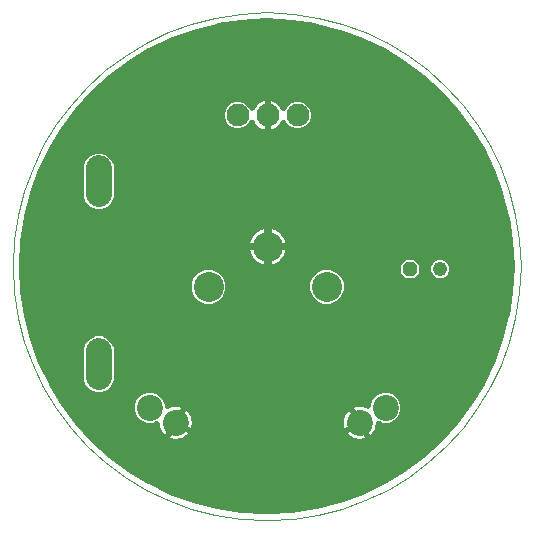
<source format=gtl>
G04 EAGLE Gerber RS-274X export*
G75*
%MOMM*%
%FSLAX34Y34*%
%LPD*%
%INTop Layer*%
%IPPOS*%
%AMOC8*
5,1,8,0,0,1.08239X$1,22.5*%
G01*
%ADD10C,0.001000*%
%ADD11C,2.540000*%
%ADD12C,2.200000*%
%ADD13C,2.200000*%
%ADD14C,1.930400*%
%ADD15P,1.319650X8X202.500000*%
%ADD16C,1.219200*%

G36*
X240526Y30499D02*
X240526Y30499D01*
X261743Y31570D01*
X261745Y31570D01*
X261748Y31570D01*
X261994Y31595D01*
X282587Y34738D01*
X282588Y34738D01*
X282590Y34739D01*
X282832Y34788D01*
X302703Y39898D01*
X302940Y39971D01*
X321990Y46944D01*
X321993Y46945D01*
X322216Y47039D01*
X340343Y55771D01*
X340348Y55775D01*
X340556Y55887D01*
X357656Y66276D01*
X357662Y66280D01*
X357855Y66410D01*
X373824Y78351D01*
X373831Y78358D01*
X374008Y78503D01*
X388739Y91892D01*
X388746Y91899D01*
X388908Y92060D01*
X402297Y106792D01*
X402302Y106799D01*
X402449Y106976D01*
X414390Y122945D01*
X414394Y122952D01*
X414524Y123144D01*
X424913Y140244D01*
X424916Y140250D01*
X425029Y140457D01*
X433761Y158584D01*
X433762Y158587D01*
X433856Y158810D01*
X440829Y177860D01*
X440902Y178097D01*
X446012Y197968D01*
X446012Y197969D01*
X446012Y197971D01*
X446062Y198213D01*
X449205Y218806D01*
X449205Y218808D01*
X449205Y218811D01*
X449230Y219057D01*
X450301Y240274D01*
X450301Y240276D01*
X450302Y240278D01*
X450301Y240526D01*
X449230Y261743D01*
X449230Y261745D01*
X449230Y261748D01*
X449205Y261994D01*
X446062Y282587D01*
X446062Y282588D01*
X446061Y282590D01*
X446012Y282832D01*
X440902Y302703D01*
X440902Y302704D01*
X440829Y302940D01*
X433856Y321990D01*
X433855Y321993D01*
X433761Y322216D01*
X425029Y340343D01*
X425025Y340348D01*
X424913Y340556D01*
X414525Y357656D01*
X414520Y357662D01*
X414390Y357855D01*
X402449Y373824D01*
X402442Y373831D01*
X402297Y374008D01*
X388908Y388739D01*
X388901Y388746D01*
X388739Y388908D01*
X374008Y402297D01*
X374001Y402302D01*
X373824Y402449D01*
X357855Y414390D01*
X357848Y414395D01*
X357656Y414525D01*
X340556Y424913D01*
X340550Y424916D01*
X340343Y425029D01*
X322216Y433761D01*
X322213Y433762D01*
X321990Y433856D01*
X302940Y440829D01*
X302703Y440902D01*
X282832Y446012D01*
X282831Y446012D01*
X282829Y446012D01*
X282587Y446062D01*
X261994Y449205D01*
X261992Y449205D01*
X261989Y449205D01*
X261743Y449230D01*
X240526Y450301D01*
X240524Y450301D01*
X240521Y450302D01*
X240274Y450301D01*
X219057Y449230D01*
X219055Y449230D01*
X219052Y449230D01*
X218806Y449205D01*
X198213Y446062D01*
X198212Y446062D01*
X198210Y446061D01*
X197968Y446012D01*
X178097Y440902D01*
X178096Y440902D01*
X177860Y440829D01*
X158810Y433856D01*
X158807Y433855D01*
X158584Y433761D01*
X140457Y425029D01*
X140452Y425026D01*
X140244Y424913D01*
X123144Y414524D01*
X123137Y414519D01*
X122945Y414390D01*
X106976Y402449D01*
X106969Y402442D01*
X106792Y402297D01*
X92060Y388908D01*
X92054Y388901D01*
X91892Y388739D01*
X78503Y374008D01*
X78497Y374000D01*
X78351Y373824D01*
X66410Y357855D01*
X66406Y357848D01*
X66276Y357656D01*
X55890Y340561D01*
X55890Y340560D01*
X55889Y340560D01*
X55887Y340556D01*
X55885Y340551D01*
X55771Y340343D01*
X47039Y322216D01*
X47038Y322213D01*
X46944Y321990D01*
X39971Y302940D01*
X39971Y302939D01*
X39898Y302703D01*
X34788Y282832D01*
X34788Y282831D01*
X34788Y282829D01*
X34738Y282587D01*
X31595Y261994D01*
X31595Y261992D01*
X31595Y261989D01*
X31570Y261743D01*
X30499Y240526D01*
X30499Y240524D01*
X30498Y240521D01*
X30499Y240274D01*
X31570Y219057D01*
X31570Y219055D01*
X31570Y219052D01*
X31595Y218806D01*
X34738Y198213D01*
X34738Y198212D01*
X34739Y198210D01*
X34788Y197968D01*
X39898Y178097D01*
X39971Y177860D01*
X46944Y158810D01*
X46945Y158807D01*
X47039Y158584D01*
X55771Y140457D01*
X55774Y140452D01*
X55887Y140244D01*
X66276Y123144D01*
X66281Y123137D01*
X66410Y122945D01*
X78351Y106976D01*
X78358Y106969D01*
X78503Y106792D01*
X91892Y92061D01*
X91899Y92054D01*
X92061Y91892D01*
X106792Y78503D01*
X106799Y78498D01*
X106976Y78351D01*
X122945Y66410D01*
X122952Y66406D01*
X123144Y66276D01*
X140244Y55887D01*
X140249Y55884D01*
X140457Y55771D01*
X158584Y47039D01*
X158587Y47038D01*
X158810Y46944D01*
X177860Y39971D01*
X177861Y39971D01*
X178097Y39898D01*
X197968Y34788D01*
X197969Y34788D01*
X197971Y34788D01*
X198213Y34738D01*
X218806Y31595D01*
X218808Y31595D01*
X218811Y31595D01*
X219057Y31570D01*
X240274Y30499D01*
X240276Y30499D01*
X240279Y30498D01*
X240526Y30499D01*
G37*
%LPC*%
G36*
X95884Y134075D02*
X95884Y134075D01*
X91280Y135982D01*
X87757Y139505D01*
X85850Y144109D01*
X85850Y171091D01*
X87757Y175695D01*
X91280Y179218D01*
X95884Y181125D01*
X100866Y181125D01*
X105470Y179218D01*
X108993Y175695D01*
X110900Y171091D01*
X110900Y144109D01*
X108993Y139505D01*
X105470Y135982D01*
X100866Y134075D01*
X95884Y134075D01*
G37*
%LPD*%
%LPC*%
G36*
X95884Y288775D02*
X95884Y288775D01*
X91280Y290682D01*
X87757Y294205D01*
X85850Y298809D01*
X85850Y325791D01*
X87757Y330395D01*
X91280Y333918D01*
X95884Y335825D01*
X100866Y335825D01*
X105470Y333918D01*
X108993Y330395D01*
X110900Y325791D01*
X110900Y298809D01*
X108993Y294205D01*
X105470Y290682D01*
X100866Y288775D01*
X95884Y288775D01*
G37*
%LPD*%
%LPC*%
G36*
X321366Y109199D02*
X321366Y109199D01*
X321366Y109200D01*
X314710Y120728D01*
X316031Y121157D01*
X318136Y121491D01*
X320267Y121491D01*
X322372Y121157D01*
X324399Y120499D01*
X325040Y120172D01*
X325218Y120101D01*
X325393Y120025D01*
X325424Y120018D01*
X325454Y120006D01*
X325642Y119967D01*
X325828Y119924D01*
X325860Y119922D01*
X325892Y119916D01*
X326084Y119911D01*
X326274Y119902D01*
X326306Y119906D01*
X326339Y119905D01*
X326528Y119935D01*
X326717Y119960D01*
X326748Y119969D01*
X326780Y119974D01*
X326961Y120037D01*
X327143Y120095D01*
X327171Y120110D01*
X327202Y120121D01*
X327369Y120215D01*
X327538Y120304D01*
X327563Y120324D01*
X327591Y120340D01*
X327738Y120462D01*
X327889Y120580D01*
X327910Y120605D01*
X327935Y120625D01*
X328058Y120771D01*
X328185Y120915D01*
X328202Y120942D01*
X328223Y120967D01*
X328318Y121133D01*
X328417Y121296D01*
X328429Y121326D01*
X328445Y121354D01*
X328509Y121535D01*
X328578Y121713D01*
X328584Y121745D01*
X328595Y121775D01*
X328626Y121963D01*
X328662Y122152D01*
X328664Y122195D01*
X328667Y122216D01*
X328666Y122252D01*
X328674Y122399D01*
X328674Y123141D01*
X330581Y127745D01*
X334104Y131268D01*
X338707Y133175D01*
X343690Y133175D01*
X348293Y131268D01*
X351817Y127745D01*
X353723Y123141D01*
X353723Y118159D01*
X351817Y113555D01*
X348293Y110032D01*
X343690Y108125D01*
X338707Y108125D01*
X336198Y109165D01*
X336109Y109193D01*
X336023Y109230D01*
X335896Y109259D01*
X335772Y109298D01*
X335679Y109310D01*
X335588Y109331D01*
X335458Y109337D01*
X335328Y109353D01*
X335235Y109348D01*
X335142Y109353D01*
X335013Y109336D01*
X334882Y109329D01*
X334791Y109307D01*
X334699Y109295D01*
X334575Y109256D01*
X334448Y109225D01*
X334362Y109188D01*
X334273Y109160D01*
X334158Y109099D01*
X334039Y109046D01*
X333961Y108994D01*
X333878Y108950D01*
X333776Y108870D01*
X333668Y108797D01*
X333601Y108732D01*
X333527Y108674D01*
X333441Y108577D01*
X333347Y108486D01*
X333293Y108410D01*
X333231Y108340D01*
X333163Y108229D01*
X333087Y108123D01*
X333047Y108038D01*
X332999Y107958D01*
X332952Y107837D01*
X332896Y107719D01*
X332872Y107629D01*
X332838Y107542D01*
X332814Y107413D01*
X332780Y107288D01*
X332772Y107195D01*
X332754Y107103D01*
X332744Y106897D01*
X332409Y104779D01*
X331750Y102752D01*
X330783Y100853D01*
X329530Y99129D01*
X328040Y97639D01*
X321366Y109199D01*
G37*
%LPD*%
%LPC*%
G36*
X153070Y99129D02*
X153070Y99129D01*
X151817Y100853D01*
X150850Y102752D01*
X150191Y104779D01*
X149852Y106922D01*
X149849Y106949D01*
X149851Y107042D01*
X149830Y107171D01*
X149818Y107301D01*
X149793Y107391D01*
X149778Y107483D01*
X149734Y107605D01*
X149699Y107731D01*
X149659Y107816D01*
X149628Y107904D01*
X149563Y108016D01*
X149506Y108134D01*
X149451Y108210D01*
X149405Y108291D01*
X149321Y108390D01*
X149244Y108496D01*
X149177Y108561D01*
X149117Y108632D01*
X149016Y108715D01*
X148922Y108805D01*
X148844Y108857D01*
X148772Y108917D01*
X148659Y108980D01*
X148550Y109053D01*
X148464Y109090D01*
X148383Y109135D01*
X148260Y109178D01*
X148140Y109230D01*
X148049Y109251D01*
X147961Y109281D01*
X147832Y109301D01*
X147705Y109331D01*
X147612Y109335D01*
X147519Y109350D01*
X147389Y109346D01*
X147259Y109353D01*
X147166Y109341D01*
X147073Y109338D01*
X146945Y109312D01*
X146816Y109295D01*
X146727Y109267D01*
X146635Y109248D01*
X146402Y109165D01*
X143893Y108125D01*
X138910Y108125D01*
X134307Y110032D01*
X130783Y113555D01*
X128877Y118159D01*
X128877Y123141D01*
X130783Y127745D01*
X134307Y131268D01*
X138910Y133175D01*
X143893Y133175D01*
X148496Y131268D01*
X152020Y127745D01*
X153926Y123141D01*
X153926Y122399D01*
X153943Y122209D01*
X153956Y122018D01*
X153963Y121986D01*
X153966Y121954D01*
X154017Y121770D01*
X154063Y121584D01*
X154076Y121555D01*
X154085Y121524D01*
X154168Y121351D01*
X154246Y121176D01*
X154264Y121150D01*
X154278Y121121D01*
X154390Y120965D01*
X154498Y120808D01*
X154521Y120785D01*
X154540Y120759D01*
X154678Y120626D01*
X154812Y120490D01*
X154839Y120472D01*
X154862Y120449D01*
X155021Y120344D01*
X155178Y120234D01*
X155207Y120220D01*
X155234Y120202D01*
X155410Y120126D01*
X155583Y120046D01*
X155614Y120038D01*
X155644Y120025D01*
X155830Y119982D01*
X156016Y119934D01*
X156048Y119931D01*
X156079Y119924D01*
X156270Y119915D01*
X156461Y119900D01*
X156493Y119903D01*
X156525Y119902D01*
X156715Y119927D01*
X156905Y119946D01*
X156936Y119955D01*
X156968Y119960D01*
X157150Y120017D01*
X157334Y120071D01*
X157374Y120089D01*
X157394Y120095D01*
X157425Y120112D01*
X157560Y120172D01*
X158201Y120499D01*
X160228Y121157D01*
X162333Y121491D01*
X164464Y121491D01*
X166569Y121157D01*
X167890Y120728D01*
X161234Y109200D01*
X161234Y109199D01*
X154560Y97639D01*
X153070Y99129D01*
G37*
%LPD*%
%LPC*%
G36*
X188470Y208900D02*
X188470Y208900D01*
X183242Y211066D01*
X179241Y215067D01*
X177075Y220295D01*
X177075Y225955D01*
X179241Y231183D01*
X183242Y235184D01*
X188470Y237350D01*
X194130Y237350D01*
X199358Y235184D01*
X203359Y231183D01*
X205525Y225955D01*
X205525Y220295D01*
X203359Y215067D01*
X199358Y211066D01*
X194130Y208900D01*
X188470Y208900D01*
G37*
%LPD*%
%LPC*%
G36*
X288470Y208900D02*
X288470Y208900D01*
X283242Y211066D01*
X279241Y215067D01*
X277075Y220295D01*
X277075Y225955D01*
X279241Y231183D01*
X283242Y235184D01*
X288470Y237350D01*
X294130Y237350D01*
X299358Y235184D01*
X303359Y231183D01*
X305525Y225955D01*
X305525Y220295D01*
X303359Y215067D01*
X299358Y211066D01*
X294130Y208900D01*
X288470Y208900D01*
G37*
%LPD*%
%LPC*%
G36*
X243799Y368300D02*
X243799Y368300D01*
X243799Y380249D01*
X244155Y380193D01*
X245980Y379599D01*
X247690Y378728D01*
X249243Y377600D01*
X250600Y376243D01*
X251728Y374690D01*
X252312Y373544D01*
X252333Y373511D01*
X252349Y373475D01*
X252452Y373322D01*
X252550Y373165D01*
X252576Y373137D01*
X252598Y373105D01*
X252726Y372972D01*
X252851Y372836D01*
X252882Y372812D01*
X252909Y372784D01*
X253059Y372677D01*
X253206Y372564D01*
X253240Y372547D01*
X253272Y372524D01*
X253440Y372445D01*
X253604Y372361D01*
X253641Y372350D01*
X253676Y372333D01*
X253855Y372285D01*
X254031Y372231D01*
X254070Y372227D01*
X254107Y372217D01*
X254291Y372201D01*
X254475Y372180D01*
X254514Y372182D01*
X254552Y372179D01*
X254736Y372197D01*
X254921Y372208D01*
X254958Y372218D01*
X254997Y372221D01*
X255175Y372271D01*
X255354Y372316D01*
X255390Y372332D01*
X255427Y372342D01*
X255593Y372423D01*
X255762Y372499D01*
X255794Y372520D01*
X255829Y372537D01*
X255978Y372647D01*
X256130Y372751D01*
X256158Y372778D01*
X256189Y372801D01*
X256317Y372936D01*
X256448Y373065D01*
X256470Y373097D01*
X256497Y373125D01*
X256599Y373280D01*
X256705Y373431D01*
X256721Y373466D01*
X256742Y373498D01*
X256848Y373722D01*
X257225Y374631D01*
X260369Y377775D01*
X264477Y379477D01*
X268923Y379477D01*
X273031Y377775D01*
X276175Y374631D01*
X277877Y370523D01*
X277877Y366077D01*
X276175Y361969D01*
X273031Y358825D01*
X268923Y357123D01*
X264477Y357123D01*
X260369Y358825D01*
X257225Y361969D01*
X256848Y362878D01*
X256830Y362912D01*
X256818Y362949D01*
X256727Y363110D01*
X256641Y363274D01*
X256617Y363305D01*
X256598Y363338D01*
X256481Y363480D01*
X256367Y363626D01*
X256338Y363652D01*
X256313Y363682D01*
X256172Y363801D01*
X256034Y363924D01*
X256001Y363945D01*
X255971Y363970D01*
X255811Y364062D01*
X255654Y364159D01*
X255618Y364173D01*
X255584Y364192D01*
X255410Y364254D01*
X255238Y364321D01*
X255200Y364329D01*
X255163Y364342D01*
X254981Y364372D01*
X254799Y364407D01*
X254761Y364408D01*
X254722Y364414D01*
X254538Y364411D01*
X254353Y364414D01*
X254314Y364408D01*
X254276Y364407D01*
X254095Y364371D01*
X253912Y364341D01*
X253875Y364328D01*
X253837Y364320D01*
X253665Y364253D01*
X253491Y364191D01*
X253458Y364171D01*
X253422Y364157D01*
X253264Y364060D01*
X253104Y363968D01*
X253075Y363943D01*
X253042Y363922D01*
X252904Y363799D01*
X252763Y363680D01*
X252738Y363650D01*
X252709Y363624D01*
X252596Y363478D01*
X252478Y363335D01*
X252459Y363302D01*
X252436Y363271D01*
X252312Y363056D01*
X251728Y361910D01*
X250600Y360357D01*
X249243Y359000D01*
X247690Y357872D01*
X245980Y357001D01*
X244155Y356407D01*
X243799Y356351D01*
X243799Y368300D01*
G37*
%LPD*%
%LPC*%
G36*
X238445Y356407D02*
X238445Y356407D01*
X236620Y357001D01*
X234910Y357872D01*
X233357Y359000D01*
X232000Y360357D01*
X230872Y361910D01*
X230288Y363056D01*
X230267Y363089D01*
X230251Y363125D01*
X230148Y363278D01*
X230050Y363435D01*
X230024Y363463D01*
X230002Y363495D01*
X229874Y363628D01*
X229749Y363764D01*
X229718Y363788D01*
X229691Y363816D01*
X229541Y363923D01*
X229394Y364036D01*
X229360Y364053D01*
X229328Y364076D01*
X229160Y364155D01*
X228996Y364239D01*
X228959Y364250D01*
X228924Y364267D01*
X228745Y364315D01*
X228569Y364369D01*
X228530Y364373D01*
X228493Y364383D01*
X228309Y364399D01*
X228125Y364420D01*
X228086Y364418D01*
X228048Y364421D01*
X227864Y364403D01*
X227679Y364392D01*
X227642Y364382D01*
X227603Y364379D01*
X227425Y364329D01*
X227246Y364284D01*
X227210Y364268D01*
X227173Y364258D01*
X227007Y364177D01*
X226838Y364101D01*
X226806Y364080D01*
X226771Y364063D01*
X226622Y363953D01*
X226470Y363849D01*
X226442Y363822D01*
X226411Y363799D01*
X226283Y363664D01*
X226152Y363535D01*
X226130Y363503D01*
X226103Y363475D01*
X226001Y363320D01*
X225895Y363169D01*
X225879Y363134D01*
X225858Y363102D01*
X225752Y362878D01*
X225375Y361969D01*
X222231Y358825D01*
X218123Y357123D01*
X213677Y357123D01*
X209569Y358825D01*
X206425Y361969D01*
X204723Y366077D01*
X204723Y370523D01*
X206425Y374631D01*
X209569Y377775D01*
X213677Y379477D01*
X218123Y379477D01*
X222231Y377775D01*
X225375Y374631D01*
X225752Y373722D01*
X225770Y373688D01*
X225782Y373651D01*
X225873Y373490D01*
X225959Y373326D01*
X225983Y373295D01*
X226002Y373262D01*
X226119Y373120D01*
X226233Y372974D01*
X226262Y372948D01*
X226287Y372918D01*
X226428Y372799D01*
X226566Y372676D01*
X226599Y372655D01*
X226629Y372630D01*
X226789Y372538D01*
X226946Y372441D01*
X226982Y372427D01*
X227016Y372408D01*
X227190Y372346D01*
X227362Y372279D01*
X227400Y372271D01*
X227437Y372258D01*
X227619Y372228D01*
X227801Y372193D01*
X227839Y372192D01*
X227878Y372186D01*
X228062Y372189D01*
X228247Y372186D01*
X228286Y372192D01*
X228324Y372193D01*
X228505Y372229D01*
X228688Y372259D01*
X228725Y372272D01*
X228763Y372280D01*
X228935Y372347D01*
X229109Y372409D01*
X229142Y372429D01*
X229178Y372443D01*
X229336Y372540D01*
X229496Y372632D01*
X229525Y372657D01*
X229558Y372678D01*
X229696Y372801D01*
X229837Y372920D01*
X229862Y372950D01*
X229891Y372976D01*
X230004Y373122D01*
X230122Y373265D01*
X230141Y373298D01*
X230164Y373329D01*
X230288Y373544D01*
X230872Y374690D01*
X232000Y376243D01*
X233357Y377600D01*
X234910Y378728D01*
X236620Y379599D01*
X238445Y380193D01*
X238801Y380249D01*
X238801Y368300D01*
X238801Y356351D01*
X238445Y356407D01*
G37*
%LPD*%
%LPC*%
G36*
X358793Y230554D02*
X358793Y230554D01*
X354329Y235018D01*
X354329Y241332D01*
X358793Y245796D01*
X365107Y245796D01*
X369571Y241332D01*
X369571Y235018D01*
X365107Y230554D01*
X358793Y230554D01*
G37*
%LPD*%
%LPC*%
G36*
X385834Y230554D02*
X385834Y230554D01*
X383033Y231714D01*
X380889Y233858D01*
X379729Y236659D01*
X379729Y239691D01*
X380889Y242492D01*
X383033Y244636D01*
X385834Y245796D01*
X388866Y245796D01*
X391667Y244636D01*
X393811Y242492D01*
X394971Y239691D01*
X394971Y236659D01*
X393811Y233858D01*
X391667Y231714D01*
X388866Y230554D01*
X385834Y230554D01*
G37*
%LPD*%
%LPC*%
G36*
X244549Y260374D02*
X244549Y260374D01*
X244549Y272033D01*
X246209Y271588D01*
X248055Y270823D01*
X249785Y269824D01*
X251370Y268608D01*
X252783Y267195D01*
X253999Y265610D01*
X254998Y263880D01*
X255763Y262034D01*
X256208Y260374D01*
X244549Y260374D01*
G37*
%LPD*%
%LPC*%
G36*
X244549Y253876D02*
X244549Y253876D01*
X256208Y253876D01*
X255763Y252216D01*
X254998Y250370D01*
X253999Y248640D01*
X252783Y247055D01*
X251370Y245642D01*
X249785Y244426D01*
X248055Y243427D01*
X246209Y242662D01*
X244549Y242217D01*
X244549Y253876D01*
G37*
%LPD*%
%LPC*%
G36*
X226392Y260374D02*
X226392Y260374D01*
X226837Y262034D01*
X227602Y263880D01*
X228601Y265610D01*
X229817Y267195D01*
X231230Y268608D01*
X232815Y269824D01*
X234545Y270823D01*
X236391Y271588D01*
X238051Y272033D01*
X238051Y260374D01*
X226392Y260374D01*
G37*
%LPD*%
%LPC*%
G36*
X236391Y242662D02*
X236391Y242662D01*
X234545Y243427D01*
X232815Y244426D01*
X231230Y245642D01*
X229817Y247055D01*
X228601Y248640D01*
X227602Y250370D01*
X226837Y252216D01*
X226392Y253876D01*
X238051Y253876D01*
X238051Y242217D01*
X236391Y242662D01*
G37*
%LPD*%
%LPC*%
G36*
X166813Y108865D02*
X166813Y108865D01*
X172237Y118261D01*
X173727Y116771D01*
X174980Y115047D01*
X175947Y113148D01*
X176606Y111121D01*
X176939Y109016D01*
X176939Y106884D01*
X176606Y104779D01*
X176177Y103459D01*
X166813Y108865D01*
G37*
%LPD*%
%LPC*%
G36*
X318136Y94409D02*
X318136Y94409D01*
X316031Y94743D01*
X314004Y95401D01*
X312105Y96369D01*
X310380Y97622D01*
X308891Y99111D01*
X318287Y104536D01*
X323693Y95172D01*
X322372Y94743D01*
X320267Y94409D01*
X318136Y94409D01*
G37*
%LPD*%
%LPC*%
G36*
X305994Y104779D02*
X305994Y104779D01*
X305661Y106884D01*
X305661Y109016D01*
X305994Y111121D01*
X306653Y113148D01*
X307620Y115047D01*
X308873Y116771D01*
X310363Y118261D01*
X315787Y108865D01*
X306423Y103459D01*
X305994Y104779D01*
G37*
%LPD*%
%LPC*%
G36*
X162333Y94409D02*
X162333Y94409D01*
X160228Y94743D01*
X158907Y95172D01*
X164313Y104536D01*
X173709Y99111D01*
X172220Y97622D01*
X170495Y96369D01*
X168597Y95401D01*
X166569Y94743D01*
X164464Y94409D01*
X162333Y94409D01*
G37*
%LPD*%
D10*
X455400Y240400D02*
X454290Y218418D01*
X451032Y197070D01*
X445734Y176466D01*
X438504Y156712D01*
X429451Y137918D01*
X418681Y120192D01*
X406305Y103640D01*
X392428Y88372D01*
X377160Y74496D01*
X360609Y62119D01*
X342882Y51349D01*
X324088Y42296D01*
X304334Y35066D01*
X283730Y29768D01*
X262383Y26510D01*
X240400Y25400D01*
X218418Y26510D01*
X197070Y29768D01*
X176466Y35066D01*
X156712Y42296D01*
X137918Y51349D01*
X120192Y62119D01*
X103640Y74496D01*
X88372Y88372D01*
X74496Y103640D01*
X62119Y120192D01*
X51349Y137918D01*
X42296Y156712D01*
X35066Y176466D01*
X29768Y197070D01*
X26510Y218418D01*
X25400Y240400D01*
X26510Y262383D01*
X29768Y283730D01*
X35066Y304334D01*
X42296Y324088D01*
X51349Y342882D01*
X62119Y360609D01*
X74496Y377160D01*
X88372Y392428D01*
X103640Y406305D01*
X120192Y418681D01*
X137918Y429451D01*
X156712Y438504D01*
X176466Y445734D01*
X197070Y451032D01*
X218418Y454290D01*
X240400Y455400D01*
X262383Y454290D01*
X283730Y451032D01*
X304334Y445734D01*
X324088Y438504D01*
X342882Y429451D01*
X360609Y418681D01*
X377160Y406305D01*
X392428Y392428D01*
X406305Y377160D01*
X418681Y360609D01*
X429451Y342882D01*
X438504Y324088D01*
X445734Y304334D01*
X451032Y283730D01*
X454290Y262383D01*
X455400Y240400D01*
D11*
X241300Y257125D03*
X291300Y223125D03*
X191300Y223125D03*
D12*
X341199Y120650D03*
X319202Y107950D03*
D13*
X98375Y146600D02*
X98375Y168600D01*
X98375Y301300D02*
X98375Y323300D01*
D12*
X141402Y120650D03*
X163399Y107950D03*
D14*
X241300Y368300D03*
X215900Y368300D03*
X266700Y368300D03*
D15*
X361950Y238175D03*
D16*
X387350Y238175D03*
M02*

</source>
